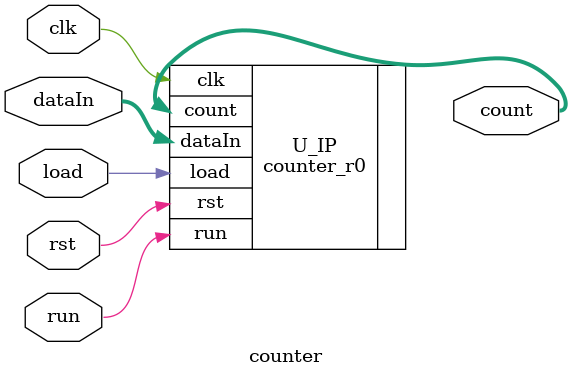
<source format=v>
/*
DESCRIPTION

NOTES

TODO

*/

module counter #(
	parameter MAX_COUNT = 32,
	parameter BIT_WIDTH = log2(MAX_COUNT),
	parameter DELAY = 0,
	parameter ARCH_SEL = 0
)(
	input clk,
	input rst,
	input load,
	input run,
	input [BIT_WIDTH-1:0] dataIn,
	output [BIT_WIDTH-1:0] count
);

/**********
 * Internal Signals
**********/

function integer log2; //This is a macro function (no hardware created) which finds the log2, returns log2
   input [31:0] val; //input to the function
   integer 	i;
   begin
      log2 = 0;
      for(i = 0; 2**i < val; i = i + 1)
		log2 = i + 1;
   end
endfunction

/**********
 * Glue Logic 
 **********/
/**********
 * Synchronous Logic
 **********/
/**********
 * Glue Logic 
 **********/
/**********
 * Components
 **********/
 	counter_r0 #(
		.MAX_COUNT(MAX_COUNT),
		.BIT_WIDTH(BIT_WIDTH),
		.DELAY(DELAY)
	)U_IP(
		.clk(clk),
		.rst(rst),
		.load(load),
		.run(run),
		.dataIn(dataIn),
		.count(count)
	);
 
/**********
 * Output Combinatorial Logic
 **********/
endmodule

</source>
